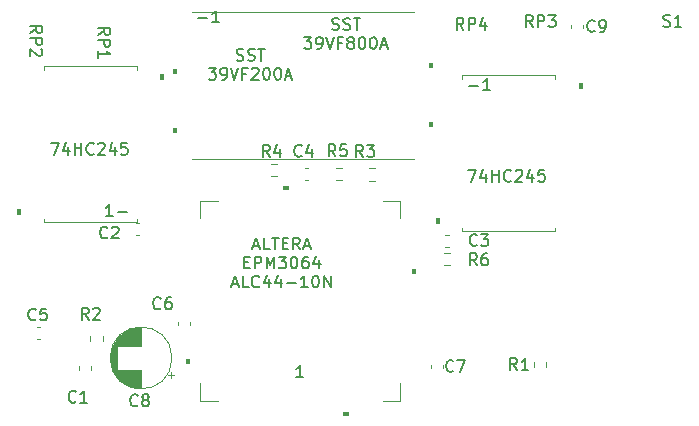
<source format=gbr>
%TF.GenerationSoftware,KiCad,Pcbnew,(6.0.2)*%
%TF.CreationDate,2022-08-24T14:22:50-05:00*%
%TF.ProjectId,CP RSF,43502052-5346-42e6-9b69-6361645f7063,rev?*%
%TF.SameCoordinates,Original*%
%TF.FileFunction,Legend,Top*%
%TF.FilePolarity,Positive*%
%FSLAX46Y46*%
G04 Gerber Fmt 4.6, Leading zero omitted, Abs format (unit mm)*
G04 Created by KiCad (PCBNEW (6.0.2)) date 2022-08-24 14:22:50*
%MOMM*%
%LPD*%
G01*
G04 APERTURE LIST*
%ADD10C,0.150000*%
%ADD11C,0.120000*%
%ADD12C,0.100000*%
G04 APERTURE END LIST*
D10*
X171708095Y-82118761D02*
X171850952Y-82166380D01*
X172089047Y-82166380D01*
X172184285Y-82118761D01*
X172231904Y-82071142D01*
X172279523Y-81975904D01*
X172279523Y-81880666D01*
X172231904Y-81785428D01*
X172184285Y-81737809D01*
X172089047Y-81690190D01*
X171898571Y-81642571D01*
X171803333Y-81594952D01*
X171755714Y-81547333D01*
X171708095Y-81452095D01*
X171708095Y-81356857D01*
X171755714Y-81261619D01*
X171803333Y-81214000D01*
X171898571Y-81166380D01*
X172136666Y-81166380D01*
X172279523Y-81214000D01*
X173231904Y-82166380D02*
X172660476Y-82166380D01*
X172946190Y-82166380D02*
X172946190Y-81166380D01*
X172850952Y-81309238D01*
X172755714Y-81404476D01*
X172660476Y-81452095D01*
X165879333Y-82528142D02*
X165831714Y-82575761D01*
X165688857Y-82623380D01*
X165593619Y-82623380D01*
X165450761Y-82575761D01*
X165355523Y-82480523D01*
X165307904Y-82385285D01*
X165260285Y-82194809D01*
X165260285Y-82051952D01*
X165307904Y-81861476D01*
X165355523Y-81766238D01*
X165450761Y-81671000D01*
X165593619Y-81623380D01*
X165688857Y-81623380D01*
X165831714Y-81671000D01*
X165879333Y-81718619D01*
X166355523Y-82623380D02*
X166546000Y-82623380D01*
X166641238Y-82575761D01*
X166688857Y-82528142D01*
X166784095Y-82385285D01*
X166831714Y-82194809D01*
X166831714Y-81813857D01*
X166784095Y-81718619D01*
X166736476Y-81671000D01*
X166641238Y-81623380D01*
X166450761Y-81623380D01*
X166355523Y-81671000D01*
X166307904Y-81718619D01*
X166260285Y-81813857D01*
X166260285Y-82051952D01*
X166307904Y-82147190D01*
X166355523Y-82194809D01*
X166450761Y-82242428D01*
X166641238Y-82242428D01*
X166736476Y-82194809D01*
X166784095Y-82147190D01*
X166831714Y-82051952D01*
X159307333Y-111238380D02*
X158974000Y-110762190D01*
X158735904Y-111238380D02*
X158735904Y-110238380D01*
X159116857Y-110238380D01*
X159212095Y-110286000D01*
X159259714Y-110333619D01*
X159307333Y-110428857D01*
X159307333Y-110571714D01*
X159259714Y-110666952D01*
X159212095Y-110714571D01*
X159116857Y-110762190D01*
X158735904Y-110762190D01*
X160259714Y-111238380D02*
X159688285Y-111238380D01*
X159974000Y-111238380D02*
X159974000Y-110238380D01*
X159878761Y-110381238D01*
X159783523Y-110476476D01*
X159688285Y-110524095D01*
X153921333Y-111315142D02*
X153873714Y-111362761D01*
X153730857Y-111410380D01*
X153635619Y-111410380D01*
X153492761Y-111362761D01*
X153397523Y-111267523D01*
X153349904Y-111172285D01*
X153302285Y-110981809D01*
X153302285Y-110838952D01*
X153349904Y-110648476D01*
X153397523Y-110553238D01*
X153492761Y-110458000D01*
X153635619Y-110410380D01*
X153730857Y-110410380D01*
X153873714Y-110458000D01*
X153921333Y-110505619D01*
X154254666Y-110410380D02*
X154921333Y-110410380D01*
X154492761Y-111410380D01*
X155903333Y-102369380D02*
X155570000Y-101893190D01*
X155331904Y-102369380D02*
X155331904Y-101369380D01*
X155712857Y-101369380D01*
X155808095Y-101417000D01*
X155855714Y-101464619D01*
X155903333Y-101559857D01*
X155903333Y-101702714D01*
X155855714Y-101797952D01*
X155808095Y-101845571D01*
X155712857Y-101893190D01*
X155331904Y-101893190D01*
X156760476Y-101369380D02*
X156570000Y-101369380D01*
X156474761Y-101417000D01*
X156427142Y-101464619D01*
X156331904Y-101607476D01*
X156284285Y-101797952D01*
X156284285Y-102178904D01*
X156331904Y-102274142D01*
X156379523Y-102321761D01*
X156474761Y-102369380D01*
X156665238Y-102369380D01*
X156760476Y-102321761D01*
X156808095Y-102274142D01*
X156855714Y-102178904D01*
X156855714Y-101940809D01*
X156808095Y-101845571D01*
X156760476Y-101797952D01*
X156665238Y-101750333D01*
X156474761Y-101750333D01*
X156379523Y-101797952D01*
X156331904Y-101845571D01*
X156284285Y-101940809D01*
X155903333Y-100637142D02*
X155855714Y-100684761D01*
X155712857Y-100732380D01*
X155617619Y-100732380D01*
X155474761Y-100684761D01*
X155379523Y-100589523D01*
X155331904Y-100494285D01*
X155284285Y-100303809D01*
X155284285Y-100160952D01*
X155331904Y-99970476D01*
X155379523Y-99875238D01*
X155474761Y-99780000D01*
X155617619Y-99732380D01*
X155712857Y-99732380D01*
X155855714Y-99780000D01*
X155903333Y-99827619D01*
X156236666Y-99732380D02*
X156855714Y-99732380D01*
X156522380Y-100113333D01*
X156665238Y-100113333D01*
X156760476Y-100160952D01*
X156808095Y-100208571D01*
X156855714Y-100303809D01*
X156855714Y-100541904D01*
X156808095Y-100637142D01*
X156760476Y-100684761D01*
X156665238Y-100732380D01*
X156379523Y-100732380D01*
X156284285Y-100684761D01*
X156236666Y-100637142D01*
X146257333Y-93179380D02*
X145924000Y-92703190D01*
X145685904Y-93179380D02*
X145685904Y-92179380D01*
X146066857Y-92179380D01*
X146162095Y-92227000D01*
X146209714Y-92274619D01*
X146257333Y-92369857D01*
X146257333Y-92512714D01*
X146209714Y-92607952D01*
X146162095Y-92655571D01*
X146066857Y-92703190D01*
X145685904Y-92703190D01*
X146590666Y-92179380D02*
X147209714Y-92179380D01*
X146876380Y-92560333D01*
X147019238Y-92560333D01*
X147114476Y-92607952D01*
X147162095Y-92655571D01*
X147209714Y-92750809D01*
X147209714Y-92988904D01*
X147162095Y-93084142D01*
X147114476Y-93131761D01*
X147019238Y-93179380D01*
X146733523Y-93179380D01*
X146638285Y-93131761D01*
X146590666Y-93084142D01*
X143935333Y-93141380D02*
X143602000Y-92665190D01*
X143363904Y-93141380D02*
X143363904Y-92141380D01*
X143744857Y-92141380D01*
X143840095Y-92189000D01*
X143887714Y-92236619D01*
X143935333Y-92331857D01*
X143935333Y-92474714D01*
X143887714Y-92569952D01*
X143840095Y-92617571D01*
X143744857Y-92665190D01*
X143363904Y-92665190D01*
X144840095Y-92141380D02*
X144363904Y-92141380D01*
X144316285Y-92617571D01*
X144363904Y-92569952D01*
X144459142Y-92522333D01*
X144697238Y-92522333D01*
X144792476Y-92569952D01*
X144840095Y-92617571D01*
X144887714Y-92712809D01*
X144887714Y-92950904D01*
X144840095Y-93046142D01*
X144792476Y-93093761D01*
X144697238Y-93141380D01*
X144459142Y-93141380D01*
X144363904Y-93093761D01*
X144316285Y-93046142D01*
X138352190Y-93179380D02*
X138018857Y-92703190D01*
X137780761Y-93179380D02*
X137780761Y-92179380D01*
X138161714Y-92179380D01*
X138256952Y-92227000D01*
X138304571Y-92274619D01*
X138352190Y-92369857D01*
X138352190Y-92512714D01*
X138304571Y-92607952D01*
X138256952Y-92655571D01*
X138161714Y-92703190D01*
X137780761Y-92703190D01*
X139209333Y-92512714D02*
X139209333Y-93179380D01*
X138971238Y-92131761D02*
X138733142Y-92846047D01*
X139352190Y-92846047D01*
X141066476Y-93084142D02*
X141018857Y-93131761D01*
X140876000Y-93179380D01*
X140780761Y-93179380D01*
X140637904Y-93131761D01*
X140542666Y-93036523D01*
X140495047Y-92941285D01*
X140447428Y-92750809D01*
X140447428Y-92607952D01*
X140495047Y-92417476D01*
X140542666Y-92322238D01*
X140637904Y-92227000D01*
X140780761Y-92179380D01*
X140876000Y-92179380D01*
X141018857Y-92227000D01*
X141066476Y-92274619D01*
X141923619Y-92512714D02*
X141923619Y-93179380D01*
X141685523Y-92131761D02*
X141447428Y-92846047D01*
X142066476Y-92846047D01*
X124616333Y-100002142D02*
X124568714Y-100049761D01*
X124425857Y-100097380D01*
X124330619Y-100097380D01*
X124187761Y-100049761D01*
X124092523Y-99954523D01*
X124044904Y-99859285D01*
X123997285Y-99668809D01*
X123997285Y-99525952D01*
X124044904Y-99335476D01*
X124092523Y-99240238D01*
X124187761Y-99145000D01*
X124330619Y-99097380D01*
X124425857Y-99097380D01*
X124568714Y-99145000D01*
X124616333Y-99192619D01*
X124997285Y-99192619D02*
X125044904Y-99145000D01*
X125140142Y-99097380D01*
X125378238Y-99097380D01*
X125473476Y-99145000D01*
X125521095Y-99192619D01*
X125568714Y-99287857D01*
X125568714Y-99383095D01*
X125521095Y-99525952D01*
X124949666Y-100097380D01*
X125568714Y-100097380D01*
X129122333Y-105995142D02*
X129074714Y-106042761D01*
X128931857Y-106090380D01*
X128836619Y-106090380D01*
X128693761Y-106042761D01*
X128598523Y-105947523D01*
X128550904Y-105852285D01*
X128503285Y-105661809D01*
X128503285Y-105518952D01*
X128550904Y-105328476D01*
X128598523Y-105233238D01*
X128693761Y-105138000D01*
X128836619Y-105090380D01*
X128931857Y-105090380D01*
X129074714Y-105138000D01*
X129122333Y-105185619D01*
X129979476Y-105090380D02*
X129789000Y-105090380D01*
X129693761Y-105138000D01*
X129646142Y-105185619D01*
X129550904Y-105328476D01*
X129503285Y-105518952D01*
X129503285Y-105899904D01*
X129550904Y-105995142D01*
X129598523Y-106042761D01*
X129693761Y-106090380D01*
X129884238Y-106090380D01*
X129979476Y-106042761D01*
X130027095Y-105995142D01*
X130074714Y-105899904D01*
X130074714Y-105661809D01*
X130027095Y-105566571D01*
X129979476Y-105518952D01*
X129884238Y-105471333D01*
X129693761Y-105471333D01*
X129598523Y-105518952D01*
X129550904Y-105566571D01*
X129503285Y-105661809D01*
X127181333Y-114217142D02*
X127133714Y-114264761D01*
X126990857Y-114312380D01*
X126895619Y-114312380D01*
X126752761Y-114264761D01*
X126657523Y-114169523D01*
X126609904Y-114074285D01*
X126562285Y-113883809D01*
X126562285Y-113740952D01*
X126609904Y-113550476D01*
X126657523Y-113455238D01*
X126752761Y-113360000D01*
X126895619Y-113312380D01*
X126990857Y-113312380D01*
X127133714Y-113360000D01*
X127181333Y-113407619D01*
X127752761Y-113740952D02*
X127657523Y-113693333D01*
X127609904Y-113645714D01*
X127562285Y-113550476D01*
X127562285Y-113502857D01*
X127609904Y-113407619D01*
X127657523Y-113360000D01*
X127752761Y-113312380D01*
X127943238Y-113312380D01*
X128038476Y-113360000D01*
X128086095Y-113407619D01*
X128133714Y-113502857D01*
X128133714Y-113550476D01*
X128086095Y-113645714D01*
X128038476Y-113693333D01*
X127943238Y-113740952D01*
X127752761Y-113740952D01*
X127657523Y-113788571D01*
X127609904Y-113836190D01*
X127562285Y-113931428D01*
X127562285Y-114121904D01*
X127609904Y-114217142D01*
X127657523Y-114264761D01*
X127752761Y-114312380D01*
X127943238Y-114312380D01*
X128038476Y-114264761D01*
X128086095Y-114217142D01*
X128133714Y-114121904D01*
X128133714Y-113931428D01*
X128086095Y-113836190D01*
X128038476Y-113788571D01*
X127943238Y-113740952D01*
X123041333Y-106975380D02*
X122708000Y-106499190D01*
X122469904Y-106975380D02*
X122469904Y-105975380D01*
X122850857Y-105975380D01*
X122946095Y-106023000D01*
X122993714Y-106070619D01*
X123041333Y-106165857D01*
X123041333Y-106308714D01*
X122993714Y-106403952D01*
X122946095Y-106451571D01*
X122850857Y-106499190D01*
X122469904Y-106499190D01*
X123422285Y-106070619D02*
X123469904Y-106023000D01*
X123565142Y-105975380D01*
X123803238Y-105975380D01*
X123898476Y-106023000D01*
X123946095Y-106070619D01*
X123993714Y-106165857D01*
X123993714Y-106261095D01*
X123946095Y-106403952D01*
X123374666Y-106975380D01*
X123993714Y-106975380D01*
X118558333Y-106937142D02*
X118510714Y-106984761D01*
X118367857Y-107032380D01*
X118272619Y-107032380D01*
X118129761Y-106984761D01*
X118034523Y-106889523D01*
X117986904Y-106794285D01*
X117939285Y-106603809D01*
X117939285Y-106460952D01*
X117986904Y-106270476D01*
X118034523Y-106175238D01*
X118129761Y-106080000D01*
X118272619Y-106032380D01*
X118367857Y-106032380D01*
X118510714Y-106080000D01*
X118558333Y-106127619D01*
X119463095Y-106032380D02*
X118986904Y-106032380D01*
X118939285Y-106508571D01*
X118986904Y-106460952D01*
X119082142Y-106413333D01*
X119320238Y-106413333D01*
X119415476Y-106460952D01*
X119463095Y-106508571D01*
X119510714Y-106603809D01*
X119510714Y-106841904D01*
X119463095Y-106937142D01*
X119415476Y-106984761D01*
X119320238Y-107032380D01*
X119082142Y-107032380D01*
X118986904Y-106984761D01*
X118939285Y-106937142D01*
X121956333Y-113903142D02*
X121908714Y-113950761D01*
X121765857Y-113998380D01*
X121670619Y-113998380D01*
X121527761Y-113950761D01*
X121432523Y-113855523D01*
X121384904Y-113760285D01*
X121337285Y-113569809D01*
X121337285Y-113426952D01*
X121384904Y-113236476D01*
X121432523Y-113141238D01*
X121527761Y-113046000D01*
X121670619Y-112998380D01*
X121765857Y-112998380D01*
X121908714Y-113046000D01*
X121956333Y-113093619D01*
X122908714Y-113998380D02*
X122337285Y-113998380D01*
X122623000Y-113998380D02*
X122623000Y-112998380D01*
X122527761Y-113141238D01*
X122432523Y-113236476D01*
X122337285Y-113284095D01*
X141201714Y-111842380D02*
X140630285Y-111842380D01*
X140916000Y-111842380D02*
X140916000Y-110842380D01*
X140820761Y-110985238D01*
X140725523Y-111080476D01*
X140630285Y-111128095D01*
X136980238Y-100734666D02*
X137456428Y-100734666D01*
X136885000Y-101020380D02*
X137218333Y-100020380D01*
X137551666Y-101020380D01*
X138361190Y-101020380D02*
X137885000Y-101020380D01*
X137885000Y-100020380D01*
X138551666Y-100020380D02*
X139123095Y-100020380D01*
X138837380Y-101020380D02*
X138837380Y-100020380D01*
X139456428Y-100496571D02*
X139789761Y-100496571D01*
X139932619Y-101020380D02*
X139456428Y-101020380D01*
X139456428Y-100020380D01*
X139932619Y-100020380D01*
X140932619Y-101020380D02*
X140599285Y-100544190D01*
X140361190Y-101020380D02*
X140361190Y-100020380D01*
X140742142Y-100020380D01*
X140837380Y-100068000D01*
X140885000Y-100115619D01*
X140932619Y-100210857D01*
X140932619Y-100353714D01*
X140885000Y-100448952D01*
X140837380Y-100496571D01*
X140742142Y-100544190D01*
X140361190Y-100544190D01*
X141313571Y-100734666D02*
X141789761Y-100734666D01*
X141218333Y-101020380D02*
X141551666Y-100020380D01*
X141885000Y-101020380D01*
X136194523Y-102106571D02*
X136527857Y-102106571D01*
X136670714Y-102630380D02*
X136194523Y-102630380D01*
X136194523Y-101630380D01*
X136670714Y-101630380D01*
X137099285Y-102630380D02*
X137099285Y-101630380D01*
X137480238Y-101630380D01*
X137575476Y-101678000D01*
X137623095Y-101725619D01*
X137670714Y-101820857D01*
X137670714Y-101963714D01*
X137623095Y-102058952D01*
X137575476Y-102106571D01*
X137480238Y-102154190D01*
X137099285Y-102154190D01*
X138099285Y-102630380D02*
X138099285Y-101630380D01*
X138432619Y-102344666D01*
X138765952Y-101630380D01*
X138765952Y-102630380D01*
X139146904Y-101630380D02*
X139765952Y-101630380D01*
X139432619Y-102011333D01*
X139575476Y-102011333D01*
X139670714Y-102058952D01*
X139718333Y-102106571D01*
X139765952Y-102201809D01*
X139765952Y-102439904D01*
X139718333Y-102535142D01*
X139670714Y-102582761D01*
X139575476Y-102630380D01*
X139289761Y-102630380D01*
X139194523Y-102582761D01*
X139146904Y-102535142D01*
X140385000Y-101630380D02*
X140480238Y-101630380D01*
X140575476Y-101678000D01*
X140623095Y-101725619D01*
X140670714Y-101820857D01*
X140718333Y-102011333D01*
X140718333Y-102249428D01*
X140670714Y-102439904D01*
X140623095Y-102535142D01*
X140575476Y-102582761D01*
X140480238Y-102630380D01*
X140385000Y-102630380D01*
X140289761Y-102582761D01*
X140242142Y-102535142D01*
X140194523Y-102439904D01*
X140146904Y-102249428D01*
X140146904Y-102011333D01*
X140194523Y-101820857D01*
X140242142Y-101725619D01*
X140289761Y-101678000D01*
X140385000Y-101630380D01*
X141575476Y-101630380D02*
X141385000Y-101630380D01*
X141289761Y-101678000D01*
X141242142Y-101725619D01*
X141146904Y-101868476D01*
X141099285Y-102058952D01*
X141099285Y-102439904D01*
X141146904Y-102535142D01*
X141194523Y-102582761D01*
X141289761Y-102630380D01*
X141480238Y-102630380D01*
X141575476Y-102582761D01*
X141623095Y-102535142D01*
X141670714Y-102439904D01*
X141670714Y-102201809D01*
X141623095Y-102106571D01*
X141575476Y-102058952D01*
X141480238Y-102011333D01*
X141289761Y-102011333D01*
X141194523Y-102058952D01*
X141146904Y-102106571D01*
X141099285Y-102201809D01*
X142527857Y-101963714D02*
X142527857Y-102630380D01*
X142289761Y-101582761D02*
X142051666Y-102297047D01*
X142670714Y-102297047D01*
X135194523Y-103954666D02*
X135670714Y-103954666D01*
X135099285Y-104240380D02*
X135432619Y-103240380D01*
X135765952Y-104240380D01*
X136575476Y-104240380D02*
X136099285Y-104240380D01*
X136099285Y-103240380D01*
X137480238Y-104145142D02*
X137432619Y-104192761D01*
X137289761Y-104240380D01*
X137194523Y-104240380D01*
X137051666Y-104192761D01*
X136956428Y-104097523D01*
X136908809Y-104002285D01*
X136861190Y-103811809D01*
X136861190Y-103668952D01*
X136908809Y-103478476D01*
X136956428Y-103383238D01*
X137051666Y-103288000D01*
X137194523Y-103240380D01*
X137289761Y-103240380D01*
X137432619Y-103288000D01*
X137480238Y-103335619D01*
X138337380Y-103573714D02*
X138337380Y-104240380D01*
X138099285Y-103192761D02*
X137861190Y-103907047D01*
X138480238Y-103907047D01*
X139289761Y-103573714D02*
X139289761Y-104240380D01*
X139051666Y-103192761D02*
X138813571Y-103907047D01*
X139432619Y-103907047D01*
X139813571Y-103859428D02*
X140575476Y-103859428D01*
X141575476Y-104240380D02*
X141004047Y-104240380D01*
X141289761Y-104240380D02*
X141289761Y-103240380D01*
X141194523Y-103383238D01*
X141099285Y-103478476D01*
X141004047Y-103526095D01*
X142194523Y-103240380D02*
X142289761Y-103240380D01*
X142385000Y-103288000D01*
X142432619Y-103335619D01*
X142480238Y-103430857D01*
X142527857Y-103621333D01*
X142527857Y-103859428D01*
X142480238Y-104049904D01*
X142432619Y-104145142D01*
X142385000Y-104192761D01*
X142289761Y-104240380D01*
X142194523Y-104240380D01*
X142099285Y-104192761D01*
X142051666Y-104145142D01*
X142004047Y-104049904D01*
X141956428Y-103859428D01*
X141956428Y-103621333D01*
X142004047Y-103430857D01*
X142051666Y-103335619D01*
X142099285Y-103288000D01*
X142194523Y-103240380D01*
X142956428Y-104240380D02*
X142956428Y-103240380D01*
X143527857Y-104240380D01*
X143527857Y-103240380D01*
X132330857Y-81424428D02*
X133092761Y-81424428D01*
X134092761Y-81805380D02*
X133521333Y-81805380D01*
X133807047Y-81805380D02*
X133807047Y-80805380D01*
X133711809Y-80948238D01*
X133616571Y-81043476D01*
X133521333Y-81091095D01*
X143655142Y-82382761D02*
X143798000Y-82430380D01*
X144036095Y-82430380D01*
X144131333Y-82382761D01*
X144178952Y-82335142D01*
X144226571Y-82239904D01*
X144226571Y-82144666D01*
X144178952Y-82049428D01*
X144131333Y-82001809D01*
X144036095Y-81954190D01*
X143845619Y-81906571D01*
X143750380Y-81858952D01*
X143702761Y-81811333D01*
X143655142Y-81716095D01*
X143655142Y-81620857D01*
X143702761Y-81525619D01*
X143750380Y-81478000D01*
X143845619Y-81430380D01*
X144083714Y-81430380D01*
X144226571Y-81478000D01*
X144607523Y-82382761D02*
X144750380Y-82430380D01*
X144988476Y-82430380D01*
X145083714Y-82382761D01*
X145131333Y-82335142D01*
X145178952Y-82239904D01*
X145178952Y-82144666D01*
X145131333Y-82049428D01*
X145083714Y-82001809D01*
X144988476Y-81954190D01*
X144798000Y-81906571D01*
X144702761Y-81858952D01*
X144655142Y-81811333D01*
X144607523Y-81716095D01*
X144607523Y-81620857D01*
X144655142Y-81525619D01*
X144702761Y-81478000D01*
X144798000Y-81430380D01*
X145036095Y-81430380D01*
X145178952Y-81478000D01*
X145464666Y-81430380D02*
X146036095Y-81430380D01*
X145750380Y-82430380D02*
X145750380Y-81430380D01*
X141274190Y-83040380D02*
X141893238Y-83040380D01*
X141559904Y-83421333D01*
X141702761Y-83421333D01*
X141798000Y-83468952D01*
X141845619Y-83516571D01*
X141893238Y-83611809D01*
X141893238Y-83849904D01*
X141845619Y-83945142D01*
X141798000Y-83992761D01*
X141702761Y-84040380D01*
X141417047Y-84040380D01*
X141321809Y-83992761D01*
X141274190Y-83945142D01*
X142369428Y-84040380D02*
X142559904Y-84040380D01*
X142655142Y-83992761D01*
X142702761Y-83945142D01*
X142798000Y-83802285D01*
X142845619Y-83611809D01*
X142845619Y-83230857D01*
X142798000Y-83135619D01*
X142750380Y-83088000D01*
X142655142Y-83040380D01*
X142464666Y-83040380D01*
X142369428Y-83088000D01*
X142321809Y-83135619D01*
X142274190Y-83230857D01*
X142274190Y-83468952D01*
X142321809Y-83564190D01*
X142369428Y-83611809D01*
X142464666Y-83659428D01*
X142655142Y-83659428D01*
X142750380Y-83611809D01*
X142798000Y-83564190D01*
X142845619Y-83468952D01*
X143131333Y-83040380D02*
X143464666Y-84040380D01*
X143798000Y-83040380D01*
X144464666Y-83516571D02*
X144131333Y-83516571D01*
X144131333Y-84040380D02*
X144131333Y-83040380D01*
X144607523Y-83040380D01*
X145131333Y-83468952D02*
X145036095Y-83421333D01*
X144988476Y-83373714D01*
X144940857Y-83278476D01*
X144940857Y-83230857D01*
X144988476Y-83135619D01*
X145036095Y-83088000D01*
X145131333Y-83040380D01*
X145321809Y-83040380D01*
X145417047Y-83088000D01*
X145464666Y-83135619D01*
X145512285Y-83230857D01*
X145512285Y-83278476D01*
X145464666Y-83373714D01*
X145417047Y-83421333D01*
X145321809Y-83468952D01*
X145131333Y-83468952D01*
X145036095Y-83516571D01*
X144988476Y-83564190D01*
X144940857Y-83659428D01*
X144940857Y-83849904D01*
X144988476Y-83945142D01*
X145036095Y-83992761D01*
X145131333Y-84040380D01*
X145321809Y-84040380D01*
X145417047Y-83992761D01*
X145464666Y-83945142D01*
X145512285Y-83849904D01*
X145512285Y-83659428D01*
X145464666Y-83564190D01*
X145417047Y-83516571D01*
X145321809Y-83468952D01*
X146131333Y-83040380D02*
X146226571Y-83040380D01*
X146321809Y-83088000D01*
X146369428Y-83135619D01*
X146417047Y-83230857D01*
X146464666Y-83421333D01*
X146464666Y-83659428D01*
X146417047Y-83849904D01*
X146369428Y-83945142D01*
X146321809Y-83992761D01*
X146226571Y-84040380D01*
X146131333Y-84040380D01*
X146036095Y-83992761D01*
X145988476Y-83945142D01*
X145940857Y-83849904D01*
X145893238Y-83659428D01*
X145893238Y-83421333D01*
X145940857Y-83230857D01*
X145988476Y-83135619D01*
X146036095Y-83088000D01*
X146131333Y-83040380D01*
X147083714Y-83040380D02*
X147178952Y-83040380D01*
X147274190Y-83088000D01*
X147321809Y-83135619D01*
X147369428Y-83230857D01*
X147417047Y-83421333D01*
X147417047Y-83659428D01*
X147369428Y-83849904D01*
X147321809Y-83945142D01*
X147274190Y-83992761D01*
X147178952Y-84040380D01*
X147083714Y-84040380D01*
X146988476Y-83992761D01*
X146940857Y-83945142D01*
X146893238Y-83849904D01*
X146845619Y-83659428D01*
X146845619Y-83421333D01*
X146893238Y-83230857D01*
X146940857Y-83135619D01*
X146988476Y-83088000D01*
X147083714Y-83040380D01*
X147798000Y-83754666D02*
X148274190Y-83754666D01*
X147702761Y-84040380D02*
X148036095Y-83040380D01*
X148369428Y-84040380D01*
X135576142Y-85002761D02*
X135719000Y-85050380D01*
X135957095Y-85050380D01*
X136052333Y-85002761D01*
X136099952Y-84955142D01*
X136147571Y-84859904D01*
X136147571Y-84764666D01*
X136099952Y-84669428D01*
X136052333Y-84621809D01*
X135957095Y-84574190D01*
X135766619Y-84526571D01*
X135671380Y-84478952D01*
X135623761Y-84431333D01*
X135576142Y-84336095D01*
X135576142Y-84240857D01*
X135623761Y-84145619D01*
X135671380Y-84098000D01*
X135766619Y-84050380D01*
X136004714Y-84050380D01*
X136147571Y-84098000D01*
X136528523Y-85002761D02*
X136671380Y-85050380D01*
X136909476Y-85050380D01*
X137004714Y-85002761D01*
X137052333Y-84955142D01*
X137099952Y-84859904D01*
X137099952Y-84764666D01*
X137052333Y-84669428D01*
X137004714Y-84621809D01*
X136909476Y-84574190D01*
X136719000Y-84526571D01*
X136623761Y-84478952D01*
X136576142Y-84431333D01*
X136528523Y-84336095D01*
X136528523Y-84240857D01*
X136576142Y-84145619D01*
X136623761Y-84098000D01*
X136719000Y-84050380D01*
X136957095Y-84050380D01*
X137099952Y-84098000D01*
X137385666Y-84050380D02*
X137957095Y-84050380D01*
X137671380Y-85050380D02*
X137671380Y-84050380D01*
X133195190Y-85660380D02*
X133814238Y-85660380D01*
X133480904Y-86041333D01*
X133623761Y-86041333D01*
X133719000Y-86088952D01*
X133766619Y-86136571D01*
X133814238Y-86231809D01*
X133814238Y-86469904D01*
X133766619Y-86565142D01*
X133719000Y-86612761D01*
X133623761Y-86660380D01*
X133338047Y-86660380D01*
X133242809Y-86612761D01*
X133195190Y-86565142D01*
X134290428Y-86660380D02*
X134480904Y-86660380D01*
X134576142Y-86612761D01*
X134623761Y-86565142D01*
X134719000Y-86422285D01*
X134766619Y-86231809D01*
X134766619Y-85850857D01*
X134719000Y-85755619D01*
X134671380Y-85708000D01*
X134576142Y-85660380D01*
X134385666Y-85660380D01*
X134290428Y-85708000D01*
X134242809Y-85755619D01*
X134195190Y-85850857D01*
X134195190Y-86088952D01*
X134242809Y-86184190D01*
X134290428Y-86231809D01*
X134385666Y-86279428D01*
X134576142Y-86279428D01*
X134671380Y-86231809D01*
X134719000Y-86184190D01*
X134766619Y-86088952D01*
X135052333Y-85660380D02*
X135385666Y-86660380D01*
X135719000Y-85660380D01*
X136385666Y-86136571D02*
X136052333Y-86136571D01*
X136052333Y-86660380D02*
X136052333Y-85660380D01*
X136528523Y-85660380D01*
X136861857Y-85755619D02*
X136909476Y-85708000D01*
X137004714Y-85660380D01*
X137242809Y-85660380D01*
X137338047Y-85708000D01*
X137385666Y-85755619D01*
X137433285Y-85850857D01*
X137433285Y-85946095D01*
X137385666Y-86088952D01*
X136814238Y-86660380D01*
X137433285Y-86660380D01*
X138052333Y-85660380D02*
X138147571Y-85660380D01*
X138242809Y-85708000D01*
X138290428Y-85755619D01*
X138338047Y-85850857D01*
X138385666Y-86041333D01*
X138385666Y-86279428D01*
X138338047Y-86469904D01*
X138290428Y-86565142D01*
X138242809Y-86612761D01*
X138147571Y-86660380D01*
X138052333Y-86660380D01*
X137957095Y-86612761D01*
X137909476Y-86565142D01*
X137861857Y-86469904D01*
X137814238Y-86279428D01*
X137814238Y-86041333D01*
X137861857Y-85850857D01*
X137909476Y-85755619D01*
X137957095Y-85708000D01*
X138052333Y-85660380D01*
X139004714Y-85660380D02*
X139099952Y-85660380D01*
X139195190Y-85708000D01*
X139242809Y-85755619D01*
X139290428Y-85850857D01*
X139338047Y-86041333D01*
X139338047Y-86279428D01*
X139290428Y-86469904D01*
X139242809Y-86565142D01*
X139195190Y-86612761D01*
X139099952Y-86660380D01*
X139004714Y-86660380D01*
X138909476Y-86612761D01*
X138861857Y-86565142D01*
X138814238Y-86469904D01*
X138766619Y-86279428D01*
X138766619Y-86041333D01*
X138814238Y-85850857D01*
X138861857Y-85755619D01*
X138909476Y-85708000D01*
X139004714Y-85660380D01*
X139719000Y-86374666D02*
X140195190Y-86374666D01*
X139623761Y-86660380D02*
X139957095Y-85660380D01*
X140290428Y-86660380D01*
X155267857Y-87153428D02*
X156029761Y-87153428D01*
X157029761Y-87534380D02*
X156458333Y-87534380D01*
X156744047Y-87534380D02*
X156744047Y-86534380D01*
X156648809Y-86677238D01*
X156553571Y-86772476D01*
X156458333Y-86820095D01*
X155183095Y-94292380D02*
X155849761Y-94292380D01*
X155421190Y-95292380D01*
X156659285Y-94625714D02*
X156659285Y-95292380D01*
X156421190Y-94244761D02*
X156183095Y-94959047D01*
X156802142Y-94959047D01*
X157183095Y-95292380D02*
X157183095Y-94292380D01*
X157183095Y-94768571D02*
X157754523Y-94768571D01*
X157754523Y-95292380D02*
X157754523Y-94292380D01*
X158802142Y-95197142D02*
X158754523Y-95244761D01*
X158611666Y-95292380D01*
X158516428Y-95292380D01*
X158373571Y-95244761D01*
X158278333Y-95149523D01*
X158230714Y-95054285D01*
X158183095Y-94863809D01*
X158183095Y-94720952D01*
X158230714Y-94530476D01*
X158278333Y-94435238D01*
X158373571Y-94340000D01*
X158516428Y-94292380D01*
X158611666Y-94292380D01*
X158754523Y-94340000D01*
X158802142Y-94387619D01*
X159183095Y-94387619D02*
X159230714Y-94340000D01*
X159325952Y-94292380D01*
X159564047Y-94292380D01*
X159659285Y-94340000D01*
X159706904Y-94387619D01*
X159754523Y-94482857D01*
X159754523Y-94578095D01*
X159706904Y-94720952D01*
X159135476Y-95292380D01*
X159754523Y-95292380D01*
X160611666Y-94625714D02*
X160611666Y-95292380D01*
X160373571Y-94244761D02*
X160135476Y-94959047D01*
X160754523Y-94959047D01*
X161611666Y-94292380D02*
X161135476Y-94292380D01*
X161087857Y-94768571D01*
X161135476Y-94720952D01*
X161230714Y-94673333D01*
X161468809Y-94673333D01*
X161564047Y-94720952D01*
X161611666Y-94768571D01*
X161659285Y-94863809D01*
X161659285Y-95101904D01*
X161611666Y-95197142D01*
X161564047Y-95244761D01*
X161468809Y-95292380D01*
X161230714Y-95292380D01*
X161135476Y-95244761D01*
X161087857Y-95197142D01*
X125064666Y-98203380D02*
X124493238Y-98203380D01*
X124778952Y-98203380D02*
X124778952Y-97203380D01*
X124683714Y-97346238D01*
X124588476Y-97441476D01*
X124493238Y-97489095D01*
X125493238Y-97822428D02*
X126255142Y-97822428D01*
X119852095Y-92006380D02*
X120518761Y-92006380D01*
X120090190Y-93006380D01*
X121328285Y-92339714D02*
X121328285Y-93006380D01*
X121090190Y-91958761D02*
X120852095Y-92673047D01*
X121471142Y-92673047D01*
X121852095Y-93006380D02*
X121852095Y-92006380D01*
X121852095Y-92482571D02*
X122423523Y-92482571D01*
X122423523Y-93006380D02*
X122423523Y-92006380D01*
X123471142Y-92911142D02*
X123423523Y-92958761D01*
X123280666Y-93006380D01*
X123185428Y-93006380D01*
X123042571Y-92958761D01*
X122947333Y-92863523D01*
X122899714Y-92768285D01*
X122852095Y-92577809D01*
X122852095Y-92434952D01*
X122899714Y-92244476D01*
X122947333Y-92149238D01*
X123042571Y-92054000D01*
X123185428Y-92006380D01*
X123280666Y-92006380D01*
X123423523Y-92054000D01*
X123471142Y-92101619D01*
X123852095Y-92101619D02*
X123899714Y-92054000D01*
X123994952Y-92006380D01*
X124233047Y-92006380D01*
X124328285Y-92054000D01*
X124375904Y-92101619D01*
X124423523Y-92196857D01*
X124423523Y-92292095D01*
X124375904Y-92434952D01*
X123804476Y-93006380D01*
X124423523Y-93006380D01*
X125280666Y-92339714D02*
X125280666Y-93006380D01*
X125042571Y-91958761D02*
X124804476Y-92673047D01*
X125423523Y-92673047D01*
X126280666Y-92006380D02*
X125804476Y-92006380D01*
X125756857Y-92482571D01*
X125804476Y-92434952D01*
X125899714Y-92387333D01*
X126137809Y-92387333D01*
X126233047Y-92434952D01*
X126280666Y-92482571D01*
X126328285Y-92577809D01*
X126328285Y-92815904D01*
X126280666Y-92911142D01*
X126233047Y-92958761D01*
X126137809Y-93006380D01*
X125899714Y-93006380D01*
X125804476Y-92958761D01*
X125756857Y-92911142D01*
X154771333Y-82428380D02*
X154438000Y-81952190D01*
X154199904Y-82428380D02*
X154199904Y-81428380D01*
X154580857Y-81428380D01*
X154676095Y-81476000D01*
X154723714Y-81523619D01*
X154771333Y-81618857D01*
X154771333Y-81761714D01*
X154723714Y-81856952D01*
X154676095Y-81904571D01*
X154580857Y-81952190D01*
X154199904Y-81952190D01*
X155199904Y-82428380D02*
X155199904Y-81428380D01*
X155580857Y-81428380D01*
X155676095Y-81476000D01*
X155723714Y-81523619D01*
X155771333Y-81618857D01*
X155771333Y-81761714D01*
X155723714Y-81856952D01*
X155676095Y-81904571D01*
X155580857Y-81952190D01*
X155199904Y-81952190D01*
X156628476Y-81761714D02*
X156628476Y-82428380D01*
X156390380Y-81380761D02*
X156152285Y-82095047D01*
X156771333Y-82095047D01*
X160633333Y-82200380D02*
X160300000Y-81724190D01*
X160061904Y-82200380D02*
X160061904Y-81200380D01*
X160442857Y-81200380D01*
X160538095Y-81248000D01*
X160585714Y-81295619D01*
X160633333Y-81390857D01*
X160633333Y-81533714D01*
X160585714Y-81628952D01*
X160538095Y-81676571D01*
X160442857Y-81724190D01*
X160061904Y-81724190D01*
X161061904Y-82200380D02*
X161061904Y-81200380D01*
X161442857Y-81200380D01*
X161538095Y-81248000D01*
X161585714Y-81295619D01*
X161633333Y-81390857D01*
X161633333Y-81533714D01*
X161585714Y-81628952D01*
X161538095Y-81676571D01*
X161442857Y-81724190D01*
X161061904Y-81724190D01*
X161966666Y-81200380D02*
X162585714Y-81200380D01*
X162252380Y-81581333D01*
X162395238Y-81581333D01*
X162490476Y-81628952D01*
X162538095Y-81676571D01*
X162585714Y-81771809D01*
X162585714Y-82009904D01*
X162538095Y-82105142D01*
X162490476Y-82152761D01*
X162395238Y-82200380D01*
X162109523Y-82200380D01*
X162014285Y-82152761D01*
X161966666Y-82105142D01*
X123862619Y-82852333D02*
X124338809Y-82519000D01*
X123862619Y-82280904D02*
X124862619Y-82280904D01*
X124862619Y-82661857D01*
X124815000Y-82757095D01*
X124767380Y-82804714D01*
X124672142Y-82852333D01*
X124529285Y-82852333D01*
X124434047Y-82804714D01*
X124386428Y-82757095D01*
X124338809Y-82661857D01*
X124338809Y-82280904D01*
X123862619Y-83280904D02*
X124862619Y-83280904D01*
X124862619Y-83661857D01*
X124815000Y-83757095D01*
X124767380Y-83804714D01*
X124672142Y-83852333D01*
X124529285Y-83852333D01*
X124434047Y-83804714D01*
X124386428Y-83757095D01*
X124338809Y-83661857D01*
X124338809Y-83280904D01*
X123862619Y-84804714D02*
X123862619Y-84233285D01*
X123862619Y-84519000D02*
X124862619Y-84519000D01*
X124719761Y-84423761D01*
X124624523Y-84328523D01*
X124576904Y-84233285D01*
X118101619Y-82700333D02*
X118577809Y-82367000D01*
X118101619Y-82128904D02*
X119101619Y-82128904D01*
X119101619Y-82509857D01*
X119054000Y-82605095D01*
X119006380Y-82652714D01*
X118911142Y-82700333D01*
X118768285Y-82700333D01*
X118673047Y-82652714D01*
X118625428Y-82605095D01*
X118577809Y-82509857D01*
X118577809Y-82128904D01*
X118101619Y-83128904D02*
X119101619Y-83128904D01*
X119101619Y-83509857D01*
X119054000Y-83605095D01*
X119006380Y-83652714D01*
X118911142Y-83700333D01*
X118768285Y-83700333D01*
X118673047Y-83652714D01*
X118625428Y-83605095D01*
X118577809Y-83509857D01*
X118577809Y-83128904D01*
X119006380Y-84081285D02*
X119054000Y-84128904D01*
X119101619Y-84224142D01*
X119101619Y-84462238D01*
X119054000Y-84557476D01*
X119006380Y-84605095D01*
X118911142Y-84652714D01*
X118815904Y-84652714D01*
X118673047Y-84605095D01*
X118101619Y-84033666D01*
X118101619Y-84652714D01*
D11*
%TO.C,C4*%
X141363420Y-94111000D02*
X141644580Y-94111000D01*
X141363420Y-95131000D02*
X141644580Y-95131000D01*
%TO.C,U2*%
X162523300Y-86243600D02*
X154674700Y-86243600D01*
X154674700Y-86243600D02*
X154674700Y-86558560D01*
X154674700Y-99187440D02*
X154674700Y-99502400D01*
X162523300Y-86558560D02*
X162523300Y-86243600D01*
X162523300Y-99502400D02*
X162523300Y-99187440D01*
X154674700Y-99502400D02*
X162523300Y-99502400D01*
D12*
X152414100Y-98397500D02*
X152414100Y-98778500D01*
X152414100Y-98778500D02*
X152668100Y-98778500D01*
X152668100Y-98778500D02*
X152668100Y-98397500D01*
X152668100Y-98397500D02*
X152414100Y-98397500D01*
G36*
X152668100Y-98778500D02*
G01*
X152414100Y-98778500D01*
X152414100Y-98397500D01*
X152668100Y-98397500D01*
X152668100Y-98778500D01*
G37*
X152668100Y-98778500D02*
X152414100Y-98778500D01*
X152414100Y-98397500D01*
X152668100Y-98397500D01*
X152668100Y-98778500D01*
X164783900Y-86967500D02*
X164783900Y-87348500D01*
X164783900Y-87348500D02*
X164529900Y-87348500D01*
X164529900Y-87348500D02*
X164529900Y-86967500D01*
X164529900Y-86967500D02*
X164783900Y-86967500D01*
G36*
X164783900Y-87348500D02*
G01*
X164529900Y-87348500D01*
X164529900Y-86967500D01*
X164783900Y-86967500D01*
X164783900Y-87348500D01*
G37*
X164783900Y-87348500D02*
X164529900Y-87348500D01*
X164529900Y-86967500D01*
X164783900Y-86967500D01*
X164783900Y-87348500D01*
D11*
%TO.C,R5*%
X144473258Y-94130500D02*
X143998742Y-94130500D01*
X144473258Y-95175500D02*
X143998742Y-95175500D01*
%TO.C,C6*%
X131608000Y-107145420D02*
X131608000Y-107426580D01*
X130588000Y-107145420D02*
X130588000Y-107426580D01*
%TO.C,U3*%
X150543600Y-80958000D02*
X131798400Y-80958000D01*
X131798400Y-93404000D02*
X150543600Y-93404000D01*
D12*
X152131100Y-90240501D02*
X152131100Y-90621501D01*
X152131100Y-90621501D02*
X151877100Y-90621501D01*
X151877100Y-90621501D02*
X151877100Y-90240501D01*
X151877100Y-90240501D02*
X152131100Y-90240501D01*
G36*
X152131100Y-90621501D02*
G01*
X151877100Y-90621501D01*
X151877100Y-90240501D01*
X152131100Y-90240501D01*
X152131100Y-90621501D01*
G37*
X152131100Y-90621501D02*
X151877100Y-90621501D01*
X151877100Y-90240501D01*
X152131100Y-90240501D01*
X152131100Y-90621501D01*
X130210900Y-90740500D02*
X130210900Y-91121500D01*
X130210900Y-91121500D02*
X130464900Y-91121500D01*
X130464900Y-91121500D02*
X130464900Y-90740500D01*
X130464900Y-90740500D02*
X130210900Y-90740500D01*
G36*
X130464900Y-91121500D02*
G01*
X130210900Y-91121500D01*
X130210900Y-90740500D01*
X130464900Y-90740500D01*
X130464900Y-91121500D01*
G37*
X130464900Y-91121500D02*
X130210900Y-91121500D01*
X130210900Y-90740500D01*
X130464900Y-90740500D01*
X130464900Y-91121500D01*
X130210900Y-85740500D02*
X130210900Y-86121500D01*
X130210900Y-86121500D02*
X130464900Y-86121500D01*
X130464900Y-86121500D02*
X130464900Y-85740500D01*
X130464900Y-85740500D02*
X130210900Y-85740500D01*
G36*
X130464900Y-86121500D02*
G01*
X130210900Y-86121500D01*
X130210900Y-85740500D01*
X130464900Y-85740500D01*
X130464900Y-86121500D01*
G37*
X130464900Y-86121500D02*
X130210900Y-86121500D01*
X130210900Y-85740500D01*
X130464900Y-85740500D01*
X130464900Y-86121500D01*
X152131100Y-85240498D02*
X152131100Y-85621498D01*
X152131100Y-85621498D02*
X151877100Y-85621498D01*
X151877100Y-85621498D02*
X151877100Y-85240498D01*
X151877100Y-85240498D02*
X152131100Y-85240498D01*
G36*
X152131100Y-85621498D02*
G01*
X151877100Y-85621498D01*
X151877100Y-85240498D01*
X152131100Y-85240498D01*
X152131100Y-85621498D01*
G37*
X152131100Y-85621498D02*
X151877100Y-85621498D01*
X151877100Y-85240498D01*
X152131100Y-85240498D01*
X152131100Y-85621498D01*
D11*
%TO.C,C1*%
X123264000Y-111206580D02*
X123264000Y-110925420D01*
X122244000Y-111206580D02*
X122244000Y-110925420D01*
%TO.C,U4*%
X133984160Y-96920800D02*
X132500800Y-96920800D01*
X132500800Y-96920800D02*
X132500800Y-98404160D01*
X149417200Y-96920800D02*
X147933840Y-96920800D01*
X132500800Y-113837200D02*
X133984160Y-113837200D01*
X147933840Y-113837200D02*
X149417200Y-113837200D01*
X132500800Y-112353840D02*
X132500800Y-113837200D01*
X149417200Y-98404160D02*
X149417200Y-96920800D01*
X149417200Y-113837200D02*
X149417200Y-112353840D01*
D12*
X139498500Y-95942900D02*
X139498500Y-95688900D01*
X139498500Y-95688900D02*
X139879500Y-95688900D01*
X139879500Y-95688900D02*
X139879500Y-95942900D01*
X139879500Y-95942900D02*
X139498500Y-95942900D01*
G36*
X139879500Y-95942900D02*
G01*
X139498500Y-95942900D01*
X139498500Y-95688900D01*
X139879500Y-95688900D01*
X139879500Y-95942900D01*
G37*
X139879500Y-95942900D02*
X139498500Y-95942900D01*
X139498500Y-95688900D01*
X139879500Y-95688900D01*
X139879500Y-95942900D01*
X144578500Y-114815100D02*
X144578500Y-115069100D01*
X144578500Y-115069100D02*
X144959500Y-115069100D01*
X144959500Y-115069100D02*
X144959500Y-114815100D01*
X144959500Y-114815100D02*
X144578500Y-114815100D01*
G36*
X144959500Y-115069100D02*
G01*
X144578500Y-115069100D01*
X144578500Y-114815100D01*
X144959500Y-114815100D01*
X144959500Y-115069100D01*
G37*
X144959500Y-115069100D02*
X144578500Y-115069100D01*
X144578500Y-114815100D01*
X144959500Y-114815100D01*
X144959500Y-115069100D01*
X131268900Y-110268500D02*
X131268900Y-110649500D01*
X131268900Y-110649500D02*
X131522900Y-110649500D01*
X131522900Y-110649500D02*
X131522900Y-110268500D01*
X131522900Y-110268500D02*
X131268900Y-110268500D01*
G36*
X131522900Y-110649500D02*
G01*
X131268900Y-110649500D01*
X131268900Y-110268500D01*
X131522900Y-110268500D01*
X131522900Y-110649500D01*
G37*
X131522900Y-110649500D02*
X131268900Y-110649500D01*
X131268900Y-110268500D01*
X131522900Y-110268500D01*
X131522900Y-110649500D01*
X150649100Y-102648500D02*
X150649100Y-103029500D01*
X150649100Y-103029500D02*
X150395100Y-103029500D01*
X150395100Y-103029500D02*
X150395100Y-102648500D01*
X150395100Y-102648500D02*
X150649100Y-102648500D01*
G36*
X150649100Y-103029500D02*
G01*
X150395100Y-103029500D01*
X150395100Y-102648500D01*
X150649100Y-102648500D01*
X150649100Y-103029500D01*
G37*
X150649100Y-103029500D02*
X150395100Y-103029500D01*
X150395100Y-102648500D01*
X150649100Y-102648500D01*
X150649100Y-103029500D01*
D11*
%TO.C,R3*%
X147252258Y-95215500D02*
X146777742Y-95215500D01*
X147252258Y-94170500D02*
X146777742Y-94170500D01*
%TO.C,C8*%
X125552100Y-109178000D02*
X125552100Y-108475000D01*
X127433100Y-109178000D02*
X127433100Y-107638000D01*
X127393100Y-112797000D02*
X127393100Y-111258000D01*
X130027875Y-111943000D02*
X130027875Y-111443000D01*
X125792100Y-109178000D02*
X125792100Y-108247000D01*
X125552100Y-111961000D02*
X125552100Y-111258000D01*
X127473100Y-109178000D02*
X127473100Y-107638000D01*
X127073100Y-109178000D02*
X127073100Y-107668000D01*
X127193100Y-109178000D02*
X127193100Y-107653000D01*
X126432100Y-109178000D02*
X126432100Y-107853000D01*
X130277875Y-111693000D02*
X129777875Y-111693000D01*
X127153100Y-112779000D02*
X127153100Y-111258000D01*
X126312100Y-112528000D02*
X126312100Y-111258000D01*
X125912100Y-109178000D02*
X125912100Y-108153000D01*
X126352100Y-112547000D02*
X126352100Y-111258000D01*
X126312100Y-109178000D02*
X126312100Y-107908000D01*
X126712100Y-109178000D02*
X126712100Y-107750000D01*
X125712100Y-112119000D02*
X125712100Y-111258000D01*
X126752100Y-109178000D02*
X126752100Y-107738000D01*
X125872100Y-112253000D02*
X125872100Y-111258000D01*
X126072100Y-109178000D02*
X126072100Y-108043000D01*
X126833100Y-112719000D02*
X126833100Y-111258000D01*
X125952100Y-109178000D02*
X125952100Y-108123000D01*
X125992100Y-112340000D02*
X125992100Y-111258000D01*
X125672100Y-112082000D02*
X125672100Y-111258000D01*
X126592100Y-109178000D02*
X126592100Y-107790000D01*
X126032100Y-109178000D02*
X126032100Y-108069000D01*
X127113100Y-109178000D02*
X127113100Y-107662000D01*
X126232100Y-112486000D02*
X126232100Y-111258000D01*
X126432100Y-112583000D02*
X126432100Y-111258000D01*
X127353100Y-109178000D02*
X127353100Y-107640000D01*
X127353100Y-112796000D02*
X127353100Y-111258000D01*
X125432100Y-111823000D02*
X125432100Y-108613000D01*
X126272100Y-112508000D02*
X126272100Y-111258000D01*
X125472100Y-111871000D02*
X125472100Y-111258000D01*
X127113100Y-112774000D02*
X127113100Y-111258000D01*
X125952100Y-112313000D02*
X125952100Y-111258000D01*
X125792100Y-112189000D02*
X125792100Y-111258000D01*
X125832100Y-109178000D02*
X125832100Y-108214000D01*
X125272100Y-111601000D02*
X125272100Y-108835000D01*
X126112100Y-109178000D02*
X126112100Y-108018000D01*
X126993100Y-112754000D02*
X126993100Y-111258000D01*
X126953100Y-109178000D02*
X126953100Y-107690000D01*
X125152100Y-111396000D02*
X125152100Y-109040000D01*
X126272100Y-109178000D02*
X126272100Y-107928000D01*
X127073100Y-112768000D02*
X127073100Y-111258000D01*
X127153100Y-109178000D02*
X127153100Y-107657000D01*
X125512100Y-111917000D02*
X125512100Y-111258000D01*
X125472100Y-109178000D02*
X125472100Y-108565000D01*
X126472100Y-109178000D02*
X126472100Y-107836000D01*
X124912100Y-110736000D02*
X124912100Y-109700000D01*
X125232100Y-111537000D02*
X125232100Y-108899000D01*
X126953100Y-112746000D02*
X126953100Y-111258000D01*
X125592100Y-112003000D02*
X125592100Y-111258000D01*
X126632100Y-109178000D02*
X126632100Y-107776000D01*
X125632100Y-112044000D02*
X125632100Y-111258000D01*
X127273100Y-109178000D02*
X127273100Y-107645000D01*
X126793100Y-112709000D02*
X126793100Y-111258000D01*
X127033100Y-112761000D02*
X127033100Y-111258000D01*
X125712100Y-109178000D02*
X125712100Y-108317000D01*
X126472100Y-112600000D02*
X126472100Y-111258000D01*
X126873100Y-109178000D02*
X126873100Y-107707000D01*
X127313100Y-109178000D02*
X127313100Y-107642000D01*
X126512100Y-112616000D02*
X126512100Y-111258000D01*
X126392100Y-109178000D02*
X126392100Y-107870000D01*
X125752100Y-112155000D02*
X125752100Y-111258000D01*
X126232100Y-109178000D02*
X126232100Y-107950000D01*
X127233100Y-112787000D02*
X127233100Y-111258000D01*
X126833100Y-109178000D02*
X126833100Y-107717000D01*
X127273100Y-112791000D02*
X127273100Y-111258000D01*
X126993100Y-109178000D02*
X126993100Y-107682000D01*
X126752100Y-112698000D02*
X126752100Y-111258000D01*
X125672100Y-109178000D02*
X125672100Y-108354000D01*
X126793100Y-109178000D02*
X126793100Y-107727000D01*
X126672100Y-112673000D02*
X126672100Y-111258000D01*
X126873100Y-112729000D02*
X126873100Y-111258000D01*
X125312100Y-111661000D02*
X125312100Y-108775000D01*
X125872100Y-109178000D02*
X125872100Y-108183000D01*
X125832100Y-112222000D02*
X125832100Y-111258000D01*
X126192100Y-109178000D02*
X126192100Y-107971000D01*
X127313100Y-112794000D02*
X127313100Y-111258000D01*
X126192100Y-112465000D02*
X126192100Y-111258000D01*
X125512100Y-109178000D02*
X125512100Y-108519000D01*
X126392100Y-112566000D02*
X126392100Y-111258000D01*
X127393100Y-109178000D02*
X127393100Y-107639000D01*
X126712100Y-112686000D02*
X126712100Y-111258000D01*
X126592100Y-112646000D02*
X126592100Y-111258000D01*
X125632100Y-109178000D02*
X125632100Y-108392000D01*
X127473100Y-112798000D02*
X127473100Y-111258000D01*
X126112100Y-112418000D02*
X126112100Y-111258000D01*
X126152100Y-112442000D02*
X126152100Y-111258000D01*
X126032100Y-112367000D02*
X126032100Y-111258000D01*
X125072100Y-111229000D02*
X125072100Y-109207000D01*
X126632100Y-112660000D02*
X126632100Y-111258000D01*
X126913100Y-112738000D02*
X126913100Y-111258000D01*
X125912100Y-112283000D02*
X125912100Y-111258000D01*
X127433100Y-112798000D02*
X127433100Y-111258000D01*
X124992100Y-111023000D02*
X124992100Y-109413000D01*
X126672100Y-109178000D02*
X126672100Y-107763000D01*
X126552100Y-112632000D02*
X126552100Y-111258000D01*
X124952100Y-110895000D02*
X124952100Y-109541000D01*
X127233100Y-109178000D02*
X127233100Y-107649000D01*
X124872100Y-110502000D02*
X124872100Y-109934000D01*
X127033100Y-109178000D02*
X127033100Y-107675000D01*
X127193100Y-112783000D02*
X127193100Y-111258000D01*
X125192100Y-111469000D02*
X125192100Y-108967000D01*
X125752100Y-109178000D02*
X125752100Y-108281000D01*
X125592100Y-109178000D02*
X125592100Y-108433000D01*
X125112100Y-111316000D02*
X125112100Y-109120000D01*
X126352100Y-109178000D02*
X126352100Y-107889000D01*
X125392100Y-111772000D02*
X125392100Y-108664000D01*
X126512100Y-109178000D02*
X126512100Y-107820000D01*
X125352100Y-111718000D02*
X125352100Y-108718000D01*
X125992100Y-109178000D02*
X125992100Y-108096000D01*
X126552100Y-109178000D02*
X126552100Y-107804000D01*
X125032100Y-111133000D02*
X125032100Y-109303000D01*
X126913100Y-109178000D02*
X126913100Y-107698000D01*
X126072100Y-112393000D02*
X126072100Y-111258000D01*
X126152100Y-109178000D02*
X126152100Y-107994000D01*
X130093100Y-110218000D02*
G75*
G03*
X130093100Y-110218000I-2620000J0D01*
G01*
%TO.C,C3*%
X153507580Y-99826000D02*
X153226420Y-99826000D01*
X153507580Y-100846000D02*
X153226420Y-100846000D01*
%TO.C,C5*%
X118650420Y-107558000D02*
X118931580Y-107558000D01*
X118650420Y-108578000D02*
X118931580Y-108578000D01*
%TO.C,R6*%
X153600258Y-102361500D02*
X153125742Y-102361500D01*
X153600258Y-101316500D02*
X153125742Y-101316500D01*
%TO.C,R1*%
X161794500Y-110537742D02*
X161794500Y-111012258D01*
X160749500Y-110537742D02*
X160749500Y-111012258D01*
%TO.C,U1*%
X127101300Y-85482600D02*
X119252700Y-85482600D01*
X119252700Y-85482600D02*
X119252700Y-85797560D01*
X119252700Y-98741400D02*
X127101300Y-98741400D01*
X127101300Y-85797560D02*
X127101300Y-85482600D01*
X127101300Y-98741400D02*
X127101300Y-98426440D01*
X119252700Y-98426440D02*
X119252700Y-98741400D01*
D12*
X129361900Y-86587500D02*
X129361900Y-86206500D01*
X129361900Y-86206500D02*
X129107900Y-86206500D01*
X129107900Y-86206500D02*
X129107900Y-86587500D01*
X129107900Y-86587500D02*
X129361900Y-86587500D01*
G36*
X129361900Y-86587500D02*
G01*
X129107900Y-86587500D01*
X129107900Y-86206500D01*
X129361900Y-86206500D01*
X129361900Y-86587500D01*
G37*
X129361900Y-86587500D02*
X129107900Y-86587500D01*
X129107900Y-86206500D01*
X129361900Y-86206500D01*
X129361900Y-86587500D01*
X116992100Y-98017500D02*
X116992100Y-97636500D01*
X116992100Y-97636500D02*
X117246100Y-97636500D01*
X117246100Y-97636500D02*
X117246100Y-98017500D01*
X117246100Y-98017500D02*
X116992100Y-98017500D01*
G36*
X117246100Y-98017500D02*
G01*
X116992100Y-98017500D01*
X116992100Y-97636500D01*
X117246100Y-97636500D01*
X117246100Y-98017500D01*
G37*
X117246100Y-98017500D02*
X116992100Y-98017500D01*
X116992100Y-97636500D01*
X117246100Y-97636500D01*
X117246100Y-98017500D01*
D11*
%TO.C,C9*%
X164906000Y-82304580D02*
X164906000Y-82023420D01*
X163886000Y-82304580D02*
X163886000Y-82023420D01*
%TO.C,R2*%
X123188500Y-108332742D02*
X123188500Y-108807258D01*
X124233500Y-108332742D02*
X124233500Y-108807258D01*
%TO.C,C7*%
X153010000Y-111063580D02*
X153010000Y-110782420D01*
X151990000Y-111063580D02*
X151990000Y-110782420D01*
%TO.C,R4*%
X138950258Y-93760500D02*
X138475742Y-93760500D01*
X138950258Y-94805500D02*
X138475742Y-94805500D01*
%TO.C,C2*%
X127308580Y-98776000D02*
X127027420Y-98776000D01*
X127308580Y-99796000D02*
X127027420Y-99796000D01*
%TD*%
M02*

</source>
